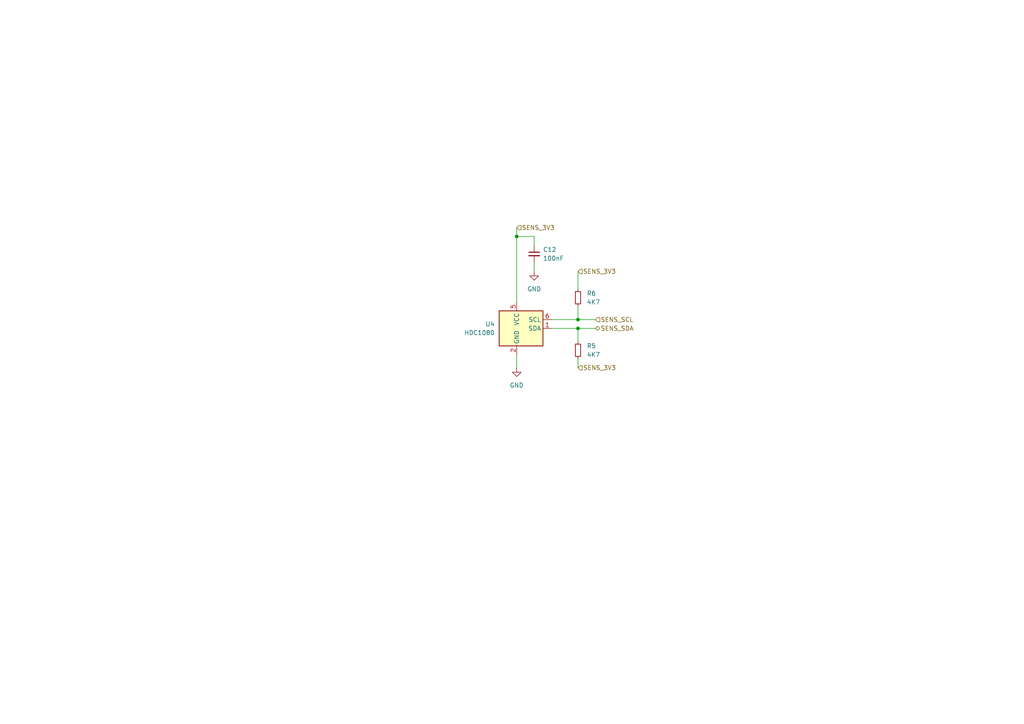
<source format=kicad_sch>
(kicad_sch (version 20231120) (generator "eeschema") (generator_version "8.0")
  (paper "A4")
  (lib_symbols
    (symbol "Device:C_Small" (pin_numbers hide) (pin_names (offset 0.254) hide)
      (property "Reference" "C" (at 0.254 1.778 0))
      (property "Value" "C_Small" (at 0.254 -2.032 0))
      (symbol "C_Small_0_1"
        (polyline (pts (xy -1.524 -0.508) (xy 1.524 -0.508)) (stroke (width 0.3302)))
        (polyline (pts (xy -1.524 0.508) (xy 1.524 0.508)) (stroke (width 0.3048)))
      )
      (symbol "C_Small_1_1"
        (pin passive line (at 0 2.54 270) (length 2.032) (name "~") (number "1"))
        (pin passive line (at 0 -2.54 90) (length 2.032) (name "~") (number "2"))
      )
    )
    (symbol "Device:R_Small" (pin_numbers hide) (pin_names (offset 0.254) hide)
      (property "Reference" "R" (at 0.762 0.508 0))
      (property "Value" "R_Small" (at 0.762 -1.016 0))
      (symbol "R_Small_0_1"
        (rectangle (start -0.762 1.778) (end 0.762 -1.778) (stroke (width 0.2032)))
      )
      (symbol "R_Small_1_1"
        (pin passive line (at 0 2.54 270) (length 0.762) (name "~") (number "1"))
        (pin passive line (at 0 -2.54 90) (length 0.762) (name "~") (number "2"))
      )
    )
    (symbol "Sensor_Humidity:HDC1080"
      (property "Reference" "U" (at -6.35 6.35 0))
      (property "Value" "HDC1080" (at 3.81 6.35 0))
      (symbol "HDC1080_0_1"
        (rectangle (start -7.62 5.08) (end 5.08 -5.08) (stroke (width 0.254)) (fill (type background)))
      )
      (symbol "HDC1080_1_1"
        (pin bidirectional line (at 7.62 0 180) (length 2.54) (name "SDA") (number "1"))
        (pin power_in line (at -2.54 -7.62 90) (length 2.54) (name "GND") (number "2"))
        (pin no_connect line (at -7.62 0 0) (length 2.54) hide (name "NC") (number "3"))
        (pin no_connect line (at -7.62 -2.54 0) (length 2.54) hide (name "NC") (number "4"))
        (pin power_in line (at -2.54 7.62 270) (length 2.54) (name "VCC") (number "5"))
        (pin input line (at 7.62 2.54 180) (length 2.54) (name "SCL") (number "6"))
        (pin no_connect line (at -7.62 2.54 0) (length 2.54) hide (name "DAP") (number "7"))
      )
    )
    (symbol "power:GND" (power) (pin_numbers hide) (pin_names (offset 0) hide)
      (property "Value" "GND" (at 0 -3.81 0))
      (symbol "GND_0_1"
        (polyline (pts (xy 0 0) (xy 0 -1.27) (xy 1.27 -1.27) (xy 0 -2.54) (xy -1.27 -1.27) (xy 0 -1.27)))
      )
      (symbol "GND_1_1"
        (pin power_in line (at 0 0 270) (length 0) (name "~") (number "1"))
      )
    )
  )
  (junction (at 167.64 92.71))
  (junction (at 149.86 68.58))
  (junction (at 167.64 95.25))
  (wire (pts (xy 149.86 102.87) (xy 149.86 106.68)))
  (wire (pts (xy 149.86 87.63) (xy 149.86 68.58)))
  (wire (pts (xy 160.02 92.71) (xy 167.64 92.71)))
  (wire (pts (xy 149.86 66.04) (xy 149.86 68.58)))
  (wire (pts (xy 167.64 104.14) (xy 167.64 106.68)))
  (wire (pts (xy 167.64 92.71) (xy 172.72 92.71)))
  (wire (pts (xy 167.64 78.74) (xy 167.64 83.82)))
  (wire (pts (xy 160.02 95.25) (xy 167.64 95.25)))
  (wire (pts (xy 167.64 88.9) (xy 167.64 92.71)))
  (wire (pts (xy 154.94 76.2) (xy 154.94 78.74)))
  (wire (pts (xy 167.64 95.25) (xy 172.72 95.25)))
  (wire (pts (xy 154.94 68.58) (xy 154.94 71.12)))
  (wire (pts (xy 167.64 95.25) (xy 167.64 99.06)))
  (wire (pts (xy 149.86 68.58) (xy 154.94 68.58)))
  (hierarchical_label "SENS_3V3" (shape input) (at 167.64 78.74 0))
  (hierarchical_label "SENS_SDA" (shape bidirectional) (at 172.72 95.25 0))
  (hierarchical_label "SENS_3V3" (shape input) (at 167.64 106.68 0))
  (hierarchical_label "SENS_SCL" (shape input) (at 172.72 92.71 0))
  (hierarchical_label "SENS_3V3" (shape input) (at 149.86 66.04 0))
  (symbol (lib_id "Device:R_Small") (at 167.64 101.6 0) (unit 1)
    (property "Reference" "R5" (at 170.18 100.3299 0) (effects (justify left)))
    (property "Value" "4K7" (at 170.18 102.8699 0) (effects (justify left)))
    (property "Description" "Resistor, small symbol" (effects (hide yes)))
  )
  (symbol (lib_id "Device:R_Small") (at 167.64 86.36 0) (unit 1)
    (property "Reference" "R6" (at 170.18 85.0899 0) (effects (justify left)))
    (property "Value" "4K7" (at 170.18 87.6299 0) (effects (justify left)))
    (property "Description" "Resistor, small symbol" (effects (hide yes)))
  )
  (symbol (lib_id "power:GND") (at 154.94 78.74 0) (unit 1)
    (property "Reference" "#PWR014" (effects (hide yes)))
    (property "Value" "GND" (at 154.94 83.82 0))
    (property "Description" "Power symbol creates a global label with name \"GND\" , ground" (effects (hide yes)))
  )
  (symbol (lib_id "Sensor_Humidity:HDC1080") (at 152.4 95.25 0) (unit 1)
    (property "Reference" "U4" (at 143.51 93.9799 0) (effects (justify right)))
    (property "Value" "HDC1080" (at 143.51 96.5199 0) (effects (justify right)))
    (property "Footprint" "Package_SON:Texas_PWSON-N6" (effects (hide yes)))
    (property "Datasheet" "http://www.ti.com/lit/ds/symlink/hdc1080.pdf" (effects (hide yes)))
    (property "Description" "Low Power,High Accuracy Digital Humidity Sensor with Temperature Sensor" (effects (hide yes)))
  )
  (symbol (lib_id "power:GND") (at 149.86 106.68 0) (unit 1)
    (property "Reference" "#PWR013" (effects (hide yes)))
    (property "Value" "GND" (at 149.86 111.76 0))
    (property "Description" "Power symbol creates a global label with name \"GND\" , ground" (effects (hide yes)))
  )
  (symbol (lib_id "Device:C_Small") (at 154.94 73.66 0) (unit 1)
    (property "Reference" "C12" (at 157.48 72.3962 0) (effects (justify left)))
    (property "Value" "100nF" (at 157.48 74.9362 0) (effects (justify left)))
    (property "Description" "Unpolarized capacitor, small symbol" (effects (hide yes)))
  )
)
</source>
